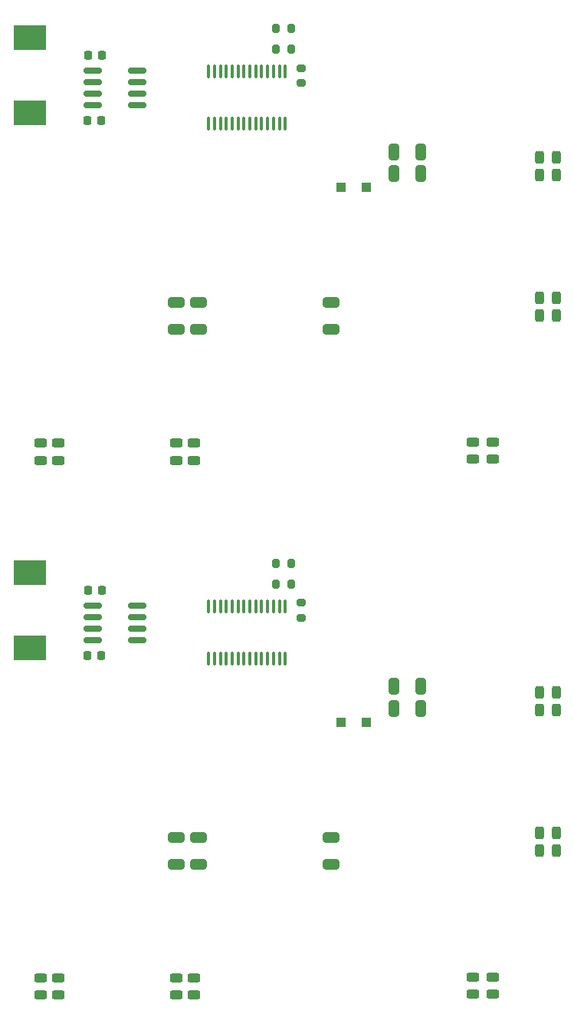
<source format=gbr>
%TF.GenerationSoftware,KiCad,Pcbnew,6.0.11+dfsg-1*%
%TF.CreationDate,2024-04-08T11:49:48+01:00*%
%TF.ProjectId,panel,70616e65-6c2e-46b6-9963-61645f706362,rev?*%
%TF.SameCoordinates,Original*%
%TF.FileFunction,Paste,Top*%
%TF.FilePolarity,Positive*%
%FSLAX46Y46*%
G04 Gerber Fmt 4.6, Leading zero omitted, Abs format (unit mm)*
G04 Created by KiCad (PCBNEW 6.0.11+dfsg-1) date 2024-04-08 11:49:48*
%MOMM*%
%LPD*%
G01*
G04 APERTURE LIST*
G04 Aperture macros list*
%AMRoundRect*
0 Rectangle with rounded corners*
0 $1 Rounding radius*
0 $2 $3 $4 $5 $6 $7 $8 $9 X,Y pos of 4 corners*
0 Add a 4 corners polygon primitive as box body*
4,1,4,$2,$3,$4,$5,$6,$7,$8,$9,$2,$3,0*
0 Add four circle primitives for the rounded corners*
1,1,$1+$1,$2,$3*
1,1,$1+$1,$4,$5*
1,1,$1+$1,$6,$7*
1,1,$1+$1,$8,$9*
0 Add four rect primitives between the rounded corners*
20,1,$1+$1,$2,$3,$4,$5,0*
20,1,$1+$1,$4,$5,$6,$7,0*
20,1,$1+$1,$6,$7,$8,$9,0*
20,1,$1+$1,$8,$9,$2,$3,0*%
G04 Aperture macros list end*
%ADD10RoundRect,0.243750X0.456250X-0.243750X0.456250X0.243750X-0.456250X0.243750X-0.456250X-0.243750X0*%
%ADD11RoundRect,0.250000X-0.650000X0.325000X-0.650000X-0.325000X0.650000X-0.325000X0.650000X0.325000X0*%
%ADD12RoundRect,0.243750X0.243750X0.456250X-0.243750X0.456250X-0.243750X-0.456250X0.243750X-0.456250X0*%
%ADD13RoundRect,0.250000X-0.325000X-0.650000X0.325000X-0.650000X0.325000X0.650000X-0.325000X0.650000X0*%
%ADD14RoundRect,0.200000X-0.200000X-0.275000X0.200000X-0.275000X0.200000X0.275000X-0.200000X0.275000X0*%
%ADD15RoundRect,0.100000X0.100000X-0.637500X0.100000X0.637500X-0.100000X0.637500X-0.100000X-0.637500X0*%
%ADD16RoundRect,0.150000X-0.825000X-0.150000X0.825000X-0.150000X0.825000X0.150000X-0.825000X0.150000X0*%
%ADD17R,1.100000X1.100000*%
%ADD18R,3.600000X2.700000*%
%ADD19RoundRect,0.225000X-0.225000X-0.250000X0.225000X-0.250000X0.225000X0.250000X-0.225000X0.250000X0*%
%ADD20RoundRect,0.200000X0.275000X-0.200000X0.275000X0.200000X-0.275000X0.200000X-0.275000X-0.200000X0*%
G04 APERTURE END LIST*
D10*
%TO.C,D38*%
X173100000Y-141737500D03*
X173100000Y-139862500D03*
%TD*%
%TO.C,D29*%
X123200000Y-82837500D03*
X123200000Y-80962500D03*
%TD*%
D11*
%TO.C,C11*%
X140600000Y-124425000D03*
X140600000Y-127375000D03*
%TD*%
D12*
%TO.C,D30*%
X180137500Y-66900000D03*
X178262500Y-66900000D03*
%TD*%
D11*
%TO.C,C3*%
X138200000Y-65425000D03*
X138200000Y-68375000D03*
%TD*%
D10*
%TO.C,D4*%
X125100000Y-141837500D03*
X125100000Y-139962500D03*
%TD*%
D13*
%TO.C,C15*%
X162225000Y-107800000D03*
X165175000Y-107800000D03*
%TD*%
D12*
%TO.C,D20*%
X180137500Y-49400000D03*
X178262500Y-49400000D03*
%TD*%
D14*
%TO.C,R40*%
X149175000Y-35200000D03*
X150825000Y-35200000D03*
%TD*%
D10*
%TO.C,D1*%
X170900000Y-82737500D03*
X170900000Y-80862500D03*
%TD*%
D13*
%TO.C,C15*%
X162225000Y-48800000D03*
X165175000Y-48800000D03*
%TD*%
D12*
%TO.C,D20*%
X180137500Y-108400000D03*
X178262500Y-108400000D03*
%TD*%
D15*
%TO.C,U2*%
X141750000Y-45687500D03*
X142400000Y-45687500D03*
X143050000Y-45687500D03*
X143700000Y-45687500D03*
X144350000Y-45687500D03*
X145000000Y-45687500D03*
X145650000Y-45687500D03*
X146300000Y-45687500D03*
X146950000Y-45687500D03*
X147600000Y-45687500D03*
X148250000Y-45687500D03*
X148900000Y-45687500D03*
X149550000Y-45687500D03*
X150200000Y-45687500D03*
X150200000Y-39962500D03*
X149550000Y-39962500D03*
X148900000Y-39962500D03*
X148250000Y-39962500D03*
X147600000Y-39962500D03*
X146950000Y-39962500D03*
X146300000Y-39962500D03*
X145650000Y-39962500D03*
X145000000Y-39962500D03*
X144350000Y-39962500D03*
X143700000Y-39962500D03*
X143050000Y-39962500D03*
X142400000Y-39962500D03*
X141750000Y-39962500D03*
%TD*%
D14*
%TO.C,R40*%
X149175000Y-94200000D03*
X150825000Y-94200000D03*
%TD*%
D10*
%TO.C,D19*%
X140100000Y-82837500D03*
X140100000Y-80962500D03*
%TD*%
D16*
%TO.C,U1*%
X128925000Y-98895000D03*
X128925000Y-100165000D03*
X128925000Y-101435000D03*
X128925000Y-102705000D03*
X133875000Y-102705000D03*
X133875000Y-101435000D03*
X133875000Y-100165000D03*
X133875000Y-98895000D03*
%TD*%
D15*
%TO.C,U2*%
X141750000Y-104687500D03*
X142400000Y-104687500D03*
X143050000Y-104687500D03*
X143700000Y-104687500D03*
X144350000Y-104687500D03*
X145000000Y-104687500D03*
X145650000Y-104687500D03*
X146300000Y-104687500D03*
X146950000Y-104687500D03*
X147600000Y-104687500D03*
X148250000Y-104687500D03*
X148900000Y-104687500D03*
X149550000Y-104687500D03*
X150200000Y-104687500D03*
X150200000Y-98962500D03*
X149550000Y-98962500D03*
X148900000Y-98962500D03*
X148250000Y-98962500D03*
X147600000Y-98962500D03*
X146950000Y-98962500D03*
X146300000Y-98962500D03*
X145650000Y-98962500D03*
X145000000Y-98962500D03*
X144350000Y-98962500D03*
X143700000Y-98962500D03*
X143050000Y-98962500D03*
X142400000Y-98962500D03*
X141750000Y-98962500D03*
%TD*%
D12*
%TO.C,D30*%
X180137500Y-125900000D03*
X178262500Y-125900000D03*
%TD*%
%TO.C,D5*%
X180137500Y-123900000D03*
X178262500Y-123900000D03*
%TD*%
D17*
%TO.C,D15*%
X156400000Y-52700000D03*
X159200000Y-52700000D03*
%TD*%
D11*
%TO.C,C1*%
X155300000Y-124425000D03*
X155300000Y-127375000D03*
%TD*%
D18*
%TO.C,L1*%
X122000000Y-44550000D03*
X122000000Y-36250000D03*
%TD*%
D12*
%TO.C,D37*%
X180137500Y-51400000D03*
X178262500Y-51400000D03*
%TD*%
D19*
%TO.C,C9*%
X128325000Y-104400000D03*
X129875000Y-104400000D03*
%TD*%
D10*
%TO.C,D31*%
X138200000Y-141837500D03*
X138200000Y-139962500D03*
%TD*%
D12*
%TO.C,D37*%
X180137500Y-110400000D03*
X178262500Y-110400000D03*
%TD*%
D10*
%TO.C,D31*%
X138200000Y-82837500D03*
X138200000Y-80962500D03*
%TD*%
D13*
%TO.C,C16*%
X162225000Y-51200000D03*
X165175000Y-51200000D03*
%TD*%
D10*
%TO.C,D38*%
X173100000Y-82737500D03*
X173100000Y-80862500D03*
%TD*%
D11*
%TO.C,C11*%
X140600000Y-65425000D03*
X140600000Y-68375000D03*
%TD*%
D14*
%TO.C,R39*%
X149175000Y-96500000D03*
X150825000Y-96500000D03*
%TD*%
D12*
%TO.C,D5*%
X180137500Y-64900000D03*
X178262500Y-64900000D03*
%TD*%
D11*
%TO.C,C1*%
X155300000Y-65425000D03*
X155300000Y-68375000D03*
%TD*%
D20*
%TO.C,R28*%
X152000000Y-41225000D03*
X152000000Y-39575000D03*
%TD*%
D10*
%TO.C,D29*%
X123200000Y-141837500D03*
X123200000Y-139962500D03*
%TD*%
D20*
%TO.C,R28*%
X152000000Y-100225000D03*
X152000000Y-98575000D03*
%TD*%
D19*
%TO.C,C9*%
X128325000Y-45400000D03*
X129875000Y-45400000D03*
%TD*%
%TO.C,C6*%
X128425000Y-38200000D03*
X129975000Y-38200000D03*
%TD*%
D13*
%TO.C,C16*%
X162225000Y-110200000D03*
X165175000Y-110200000D03*
%TD*%
D14*
%TO.C,R39*%
X149175000Y-37500000D03*
X150825000Y-37500000D03*
%TD*%
D18*
%TO.C,L1*%
X122000000Y-103550000D03*
X122000000Y-95250000D03*
%TD*%
D10*
%TO.C,D19*%
X140100000Y-141837500D03*
X140100000Y-139962500D03*
%TD*%
%TO.C,D1*%
X170900000Y-141737500D03*
X170900000Y-139862500D03*
%TD*%
D19*
%TO.C,C6*%
X128425000Y-97200000D03*
X129975000Y-97200000D03*
%TD*%
D11*
%TO.C,C3*%
X138200000Y-124425000D03*
X138200000Y-127375000D03*
%TD*%
D10*
%TO.C,D4*%
X125100000Y-82837500D03*
X125100000Y-80962500D03*
%TD*%
D16*
%TO.C,U1*%
X128925000Y-39895000D03*
X128925000Y-41165000D03*
X128925000Y-42435000D03*
X128925000Y-43705000D03*
X133875000Y-43705000D03*
X133875000Y-42435000D03*
X133875000Y-41165000D03*
X133875000Y-39895000D03*
%TD*%
D17*
%TO.C,D15*%
X156400000Y-111700000D03*
X159200000Y-111700000D03*
%TD*%
M02*

</source>
